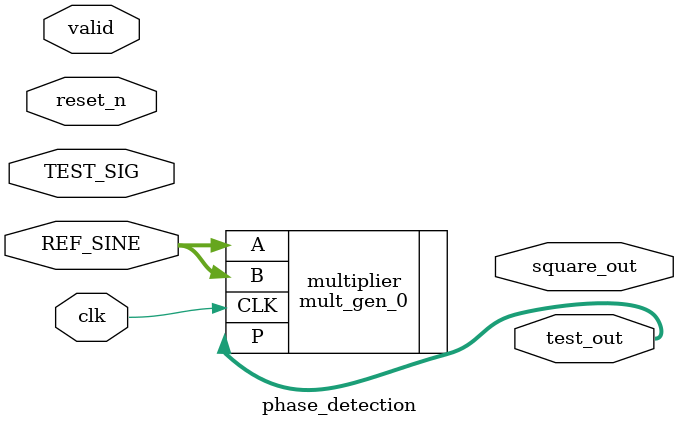
<source format=v>
`timescale 1ns / 1ps


(*use_dsp48 = "yes"*)module phase_detection
#(
    parameter C_COUNTS = 5000,
    parameter C_DEGREES = 92160
)
(
    input clk,
    input reset_n,
    input wire signed [15:0] REF_SINE,
    input wire signed [15:0] TEST_SIG,
    input wire valid,
    output wire signed [31:0] test_out,
    output wire [15:0] square_out
);
//wire [15:0] refsine, testsig;
//assign refsine = 16'b1000000000000000 + REF_SINE;
//assign testsig = 16'b1000000000000000 + TEST_SIG;
//assign test_out = refsine * refsine;

mult_gen_0 multiplier
(
    .CLK    (clk),
    .A      (REF_SINE),
    .B      (REF_SINE),
    .P      (test_out)
);

endmodule

</source>
